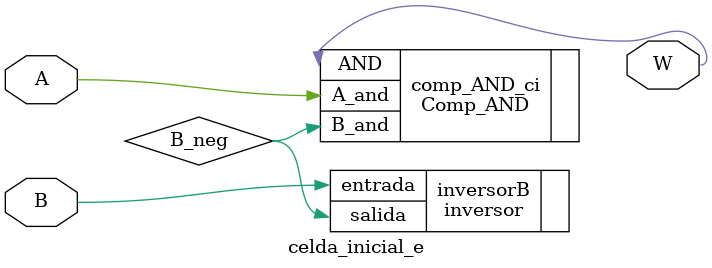
<source format=v>
module celda_inicial_e (
    input wire A,
    input wire B,
    output wire W
);

// Cables para conectar a las compuertas
wire B_neg;

// INVERSOR PARA GENERAR !B
inversor inversorB (
    .entrada(B),
    .salida(B_neg)
);

// COMPUERTA AND con entrada A y !B y una salida W
Comp_AND comp_AND_ci (
    .A_and(A),
    .B_and(B_neg),
    .AND(W)
);
endmodule
</source>
